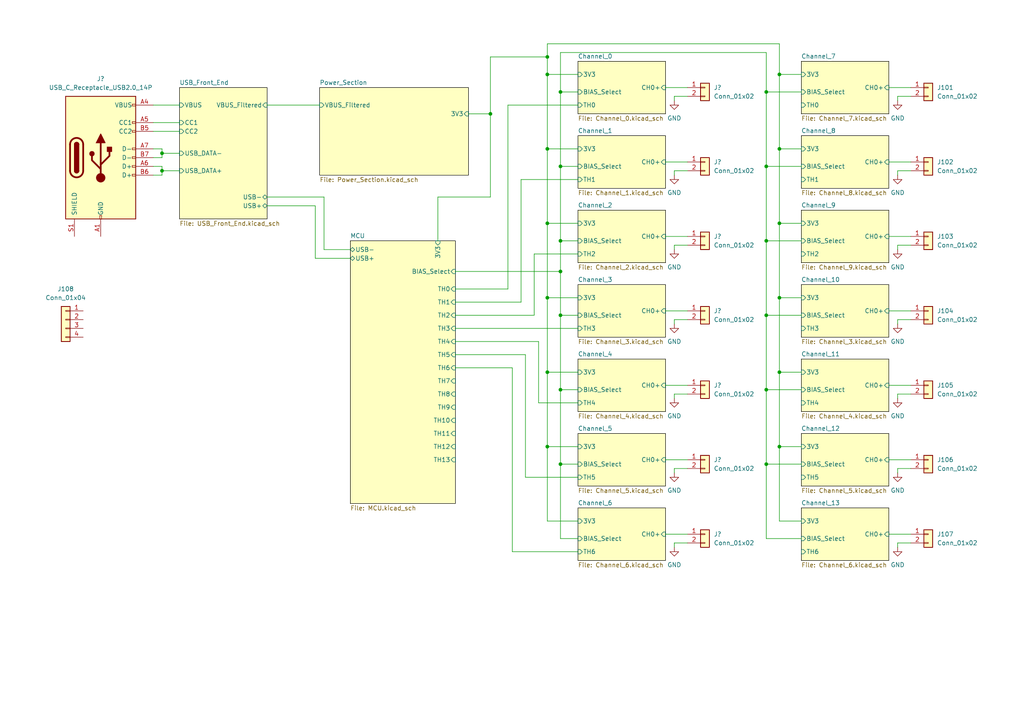
<source format=kicad_sch>
(kicad_sch (version 20250114) (generator "eeschema") (generator_version "9.0")
  (paper "A4")
  (lib_symbols
    (symbol "Connector:USB_C_Receptacle_USB2.0_14P" (pin_names (offset 1.016))
      (property "Reference" "J" (at 0 22.225 0))
      (property "Value" "USB_C_Receptacle_USB2.0_14P" (at 0 19.685 0))
      (symbol "USB_C_Receptacle_USB2.0_14P_0_0"
        (rectangle (start -0.254 -17.78) (end 0.254 -16.764))
        (rectangle (start 10.16 15.494) (end 9.144 14.986))
        (rectangle (start 10.16 10.414) (end 9.144 9.906))
        (rectangle (start 10.16 7.874) (end 9.144 7.366))
        (rectangle (start 10.16 2.794) (end 9.144 2.286))
        (rectangle (start 10.16 0.254) (end 9.144 -0.254))
        (rectangle (start 10.16 -2.286) (end 9.144 -2.794))
        (rectangle (start 10.16 -4.826) (end 9.144 -5.334))
      )
      (symbol "USB_C_Receptacle_USB2.0_14P_0_1"
        (rectangle (start -10.16 17.78) (end 10.16 -17.78) (stroke (width 0.254)) (fill (type background)))
        (polyline (pts (xy -8.89 -3.81) (xy -8.89 3.81)) (stroke (width 0.508)))
        (rectangle (start -7.62 -3.81) (end -6.35 3.81) (stroke (width 0.254)) (fill (type outline)))
        (arc (start -7.62 3.81) (mid -6.985 4.4423) (end -6.35 3.81) (stroke (width 0.254)))
        (arc (start -7.62 3.81) (mid -6.985 4.4423) (end -6.35 3.81) (stroke (width 0.254)) (fill (type outline)))
        (arc (start -8.89 3.81) (mid -6.985 5.7067) (end -5.08 3.81) (stroke (width 0.508)))
        (arc (start -5.08 -3.81) (mid -6.985 -5.7067) (end -8.89 -3.81) (stroke (width 0.508)))
        (arc (start -6.35 -3.81) (mid -6.985 -4.4423) (end -7.62 -3.81) (stroke (width 0.254)))
        (arc (start -6.35 -3.81) (mid -6.985 -4.4423) (end -7.62 -3.81) (stroke (width 0.254)) (fill (type outline)))
        (polyline (pts (xy -5.08 3.81) (xy -5.08 -3.81)) (stroke (width 0.508)))
        (circle (center -2.54 1.143) (radius 0.635) (stroke (width 0.254)) (fill (type outline)))
        (polyline (pts (xy -1.27 4.318) (xy 0 6.858) (xy 1.27 4.318) (xy -1.27 4.318)) (stroke (width 0.254)) (fill (type outline)))
        (polyline (pts (xy 0 -2.032) (xy 2.54 0.508) (xy 2.54 1.778)) (stroke (width 0.508)))
        (polyline (pts (xy 0 -3.302) (xy -2.54 -0.762) (xy -2.54 0.508)) (stroke (width 0.508)))
        (polyline (pts (xy 0 -5.842) (xy 0 4.318)) (stroke (width 0.508)))
        (circle (center 0 -5.842) (radius 1.27) (fill (type outline)))
        (rectangle (start 1.905 1.778) (end 3.175 3.048) (stroke (width 0.254)) (fill (type outline)))
      )
      (symbol "USB_C_Receptacle_USB2.0_14P_1_1"
        (pin passive line (at -7.62 -22.86 90) (length 5.08) (name "SHIELD") (number "S1"))
        (pin passive line (at 0 -22.86 90) (length 5.08) (name "GND") (number "A1"))
        (pin passive line (at 0 -22.86 90) (length 5.08) (hide yes) (name "GND") (number "A12"))
        (pin passive line (at 0 -22.86 90) (length 5.08) (hide yes) (name "GND") (number "B1"))
        (pin passive line (at 0 -22.86 90) (length 5.08) (hide yes) (name "GND") (number "B12"))
        (pin passive line (at 15.24 15.24 180) (length 5.08) (name "VBUS") (number "A4"))
        (pin passive line (at 15.24 15.24 180) (length 5.08) (hide yes) (name "VBUS") (number "A9"))
        (pin passive line (at 15.24 15.24 180) (length 5.08) (hide yes) (name "VBUS") (number "B4"))
        (pin passive line (at 15.24 15.24 180) (length 5.08) (hide yes) (name "VBUS") (number "B9"))
        (pin bidirectional line (at 15.24 10.16 180) (length 5.08) (name "CC1") (number "A5"))
        (pin bidirectional line (at 15.24 7.62 180) (length 5.08) (name "CC2") (number "B5"))
        (pin bidirectional line (at 15.24 2.54 180) (length 5.08) (name "D-") (number "A7"))
        (pin bidirectional line (at 15.24 0 180) (length 5.08) (name "D-") (number "B7"))
        (pin bidirectional line (at 15.24 -2.54 180) (length 5.08) (name "D+") (number "A6"))
        (pin bidirectional line (at 15.24 -5.08 180) (length 5.08) (name "D+") (number "B6"))
      )
    )
    (symbol "Connector_Generic:Conn_01x02" (pin_names (offset 1.016) (hide yes))
      (property "Reference" "J" (at 0 2.54 0))
      (property "Value" "Conn_01x02" (at 0 -5.08 0))
      (symbol "Conn_01x02_1_1"
        (rectangle (start -1.27 1.27) (end 1.27 -3.81) (stroke (width 0.254)) (fill (type background)))
        (rectangle (start -1.27 0.127) (end 0 -0.127) (stroke (width 0.1524)))
        (rectangle (start -1.27 -2.413) (end 0 -2.667) (stroke (width 0.1524)))
        (pin passive line (at -5.08 0 0) (length 3.81) (name "Pin_1") (number "1"))
        (pin passive line (at -5.08 -2.54 0) (length 3.81) (name "Pin_2") (number "2"))
      )
    )
    (symbol "Connector_Generic:Conn_01x04" (pin_names (offset 1.016) (hide yes))
      (property "Reference" "J" (at 0 5.08 0))
      (property "Value" "Conn_01x04" (at 0 -7.62 0))
      (symbol "Conn_01x04_1_1"
        (rectangle (start -1.27 3.81) (end 1.27 -6.35) (stroke (width 0.254)) (fill (type background)))
        (rectangle (start -1.27 2.667) (end 0 2.413) (stroke (width 0.1524)))
        (rectangle (start -1.27 0.127) (end 0 -0.127) (stroke (width 0.1524)))
        (rectangle (start -1.27 -2.413) (end 0 -2.667) (stroke (width 0.1524)))
        (rectangle (start -1.27 -4.953) (end 0 -5.207) (stroke (width 0.1524)))
        (pin passive line (at -5.08 2.54 0) (length 3.81) (name "Pin_1") (number "1"))
        (pin passive line (at -5.08 0 0) (length 3.81) (name "Pin_2") (number "2"))
        (pin passive line (at -5.08 -2.54 0) (length 3.81) (name "Pin_3") (number "3"))
        (pin passive line (at -5.08 -5.08 0) (length 3.81) (name "Pin_4") (number "4"))
      )
    )
    (symbol "power:GND" (power) (pin_numbers (hide yes)) (pin_names (offset 0) (hide yes))
      (property "Value" "GND" (at 0 -3.81 0))
      (symbol "GND_0_1"
        (polyline (pts (xy 0 0) (xy 0 -1.27) (xy 1.27 -1.27) (xy 0 -2.54) (xy -1.27 -1.27) (xy 0 -1.27)))
      )
      (symbol "GND_1_1"
        (pin power_in line (at 0 0 270) (length 0) (name "~") (number "1"))
      )
    )
  )
  (junction (at 226.06 107.95))
  (junction (at 158.75 64.77))
  (junction (at 226.06 43.18))
  (junction (at 46.99 44.45))
  (junction (at 162.56 26.67))
  (junction (at 162.56 69.85))
  (junction (at 162.56 78.74))
  (junction (at 226.06 64.77))
  (junction (at 226.06 21.59))
  (junction (at 222.25 134.62))
  (junction (at 158.75 86.36))
  (junction (at 46.99 49.53))
  (junction (at 162.56 134.62))
  (junction (at 158.75 43.18))
  (junction (at 142.24 33.02))
  (junction (at 158.75 129.54))
  (junction (at 162.56 91.44))
  (junction (at 158.75 16.51))
  (junction (at 158.75 21.59))
  (junction (at 222.25 113.03))
  (junction (at 162.56 48.26))
  (junction (at 222.25 69.85))
  (junction (at 222.25 26.67))
  (junction (at 222.25 91.44))
  (junction (at 226.06 129.54))
  (junction (at 162.56 113.03))
  (junction (at 222.25 48.26))
  (junction (at 158.75 107.95))
  (junction (at 226.06 86.36))
  (wire (pts (xy 264.16 49.53) (xy 260.35 49.53)))
  (wire (pts (xy 199.39 27.94) (xy 195.58 27.94)))
  (wire (pts (xy 152.4 102.87) (xy 152.4 138.43)))
  (wire (pts (xy 222.25 15.24) (xy 222.25 26.67)))
  (wire (pts (xy 44.45 43.18) (xy 46.99 43.18)))
  (wire (pts (xy 232.41 43.18) (xy 226.06 43.18)))
  (wire (pts (xy 232.41 48.26) (xy 222.25 48.26)))
  (wire (pts (xy 264.16 71.12) (xy 260.35 71.12)))
  (wire (pts (xy 260.35 157.48) (xy 260.35 158.75)))
  (wire (pts (xy 257.81 25.4) (xy 264.16 25.4)))
  (wire (pts (xy 264.16 157.48) (xy 260.35 157.48)))
  (wire (pts (xy 232.41 156.21) (xy 222.25 156.21)))
  (wire (pts (xy 142.24 57.15) (xy 142.24 33.02)))
  (wire (pts (xy 91.44 59.69) (xy 91.44 74.93)))
  (wire (pts (xy 46.99 43.18) (xy 46.99 44.45)))
  (wire (pts (xy 257.81 133.35) (xy 264.16 133.35)))
  (wire (pts (xy 46.99 48.26) (xy 46.99 49.53)))
  (wire (pts (xy 162.56 69.85) (xy 162.56 48.26)))
  (wire (pts (xy 195.58 135.89) (xy 195.58 137.16)))
  (wire (pts (xy 46.99 50.8) (xy 46.99 49.53)))
  (wire (pts (xy 193.04 46.99) (xy 199.39 46.99)))
  (wire (pts (xy 264.16 114.3) (xy 260.35 114.3)))
  (wire (pts (xy 44.45 30.48) (xy 52.07 30.48)))
  (wire (pts (xy 199.39 135.89) (xy 195.58 135.89)))
  (wire (pts (xy 226.06 12.7) (xy 158.75 12.7)))
  (wire (pts (xy 167.64 91.44) (xy 162.56 91.44)))
  (wire (pts (xy 142.24 16.51) (xy 158.75 16.51)))
  (wire (pts (xy 167.64 156.21) (xy 162.56 156.21)))
  (wire (pts (xy 162.56 15.24) (xy 222.25 15.24)))
  (wire (pts (xy 195.58 27.94) (xy 195.58 29.21)))
  (wire (pts (xy 77.47 57.15) (xy 93.98 57.15)))
  (wire (pts (xy 167.64 21.59) (xy 158.75 21.59)))
  (wire (pts (xy 222.25 48.26) (xy 222.25 26.67)))
  (wire (pts (xy 167.64 129.54) (xy 158.75 129.54)))
  (wire (pts (xy 199.39 92.71) (xy 195.58 92.71)))
  (wire (pts (xy 260.35 135.89) (xy 260.35 137.16)))
  (wire (pts (xy 132.08 95.25) (xy 167.64 95.25)))
  (wire (pts (xy 127 69.85) (xy 127 57.15)))
  (wire (pts (xy 222.25 69.85) (xy 222.25 48.26)))
  (wire (pts (xy 232.41 129.54) (xy 226.06 129.54)))
  (wire (pts (xy 257.81 46.99) (xy 264.16 46.99)))
  (wire (pts (xy 93.98 57.15) (xy 93.98 72.39)))
  (wire (pts (xy 222.25 91.44) (xy 222.25 69.85)))
  (wire (pts (xy 232.41 107.95) (xy 226.06 107.95)))
  (wire (pts (xy 257.81 90.17) (xy 264.16 90.17)))
  (wire (pts (xy 232.41 151.13) (xy 226.06 151.13)))
  (wire (pts (xy 193.04 154.94) (xy 199.39 154.94)))
  (wire (pts (xy 158.75 151.13) (xy 158.75 129.54)))
  (wire (pts (xy 46.99 49.53) (xy 52.07 49.53)))
  (wire (pts (xy 193.04 111.76) (xy 199.39 111.76)))
  (wire (pts (xy 162.56 26.67) (xy 162.56 15.24)))
  (wire (pts (xy 147.32 83.82) (xy 132.08 83.82)))
  (wire (pts (xy 44.45 38.1) (xy 52.07 38.1)))
  (wire (pts (xy 199.39 114.3) (xy 195.58 114.3)))
  (wire (pts (xy 195.58 49.53) (xy 195.58 50.8)))
  (wire (pts (xy 260.35 92.71) (xy 260.35 93.98)))
  (wire (pts (xy 167.64 26.67) (xy 162.56 26.67)))
  (wire (pts (xy 167.64 64.77) (xy 158.75 64.77)))
  (wire (pts (xy 167.64 30.48) (xy 147.32 30.48)))
  (wire (pts (xy 132.08 91.44) (xy 154.94 91.44)))
  (wire (pts (xy 260.35 71.12) (xy 260.35 72.39)))
  (wire (pts (xy 226.06 107.95) (xy 226.06 129.54)))
  (wire (pts (xy 151.13 52.07) (xy 167.64 52.07)))
  (wire (pts (xy 226.06 43.18) (xy 226.06 21.59)))
  (wire (pts (xy 222.25 113.03) (xy 222.25 91.44)))
  (wire (pts (xy 158.75 12.7) (xy 158.75 16.51)))
  (wire (pts (xy 148.59 106.68) (xy 148.59 160.02)))
  (wire (pts (xy 44.45 45.72) (xy 46.99 45.72)))
  (wire (pts (xy 232.41 134.62) (xy 222.25 134.62)))
  (wire (pts (xy 226.06 64.77) (xy 226.06 43.18)))
  (wire (pts (xy 167.64 151.13) (xy 158.75 151.13)))
  (wire (pts (xy 226.06 86.36) (xy 226.06 64.77)))
  (wire (pts (xy 193.04 90.17) (xy 199.39 90.17)))
  (wire (pts (xy 158.75 16.51) (xy 158.75 21.59)))
  (wire (pts (xy 152.4 138.43) (xy 167.64 138.43)))
  (wire (pts (xy 257.81 154.94) (xy 264.16 154.94)))
  (wire (pts (xy 264.16 27.94) (xy 260.35 27.94)))
  (wire (pts (xy 158.75 86.36) (xy 158.75 64.77)))
  (wire (pts (xy 195.58 114.3) (xy 195.58 115.57)))
  (wire (pts (xy 222.25 26.67) (xy 232.41 26.67)))
  (wire (pts (xy 151.13 87.63) (xy 151.13 52.07)))
  (wire (pts (xy 156.21 116.84) (xy 167.64 116.84)))
  (wire (pts (xy 260.35 49.53) (xy 260.35 50.8)))
  (wire (pts (xy 44.45 48.26) (xy 46.99 48.26)))
  (wire (pts (xy 162.56 113.03) (xy 162.56 91.44)))
  (wire (pts (xy 93.98 72.39) (xy 101.6 72.39)))
  (wire (pts (xy 232.41 69.85) (xy 222.25 69.85)))
  (wire (pts (xy 167.64 43.18) (xy 158.75 43.18)))
  (wire (pts (xy 142.24 16.51) (xy 142.24 33.02)))
  (wire (pts (xy 132.08 102.87) (xy 152.4 102.87)))
  (wire (pts (xy 162.56 48.26) (xy 162.56 26.67)))
  (wire (pts (xy 232.41 64.77) (xy 226.06 64.77)))
  (wire (pts (xy 167.64 113.03) (xy 162.56 113.03)))
  (wire (pts (xy 199.39 157.48) (xy 195.58 157.48)))
  (wire (pts (xy 167.64 69.85) (xy 162.56 69.85)))
  (wire (pts (xy 199.39 49.53) (xy 195.58 49.53)))
  (wire (pts (xy 193.04 25.4) (xy 199.39 25.4)))
  (wire (pts (xy 44.45 50.8) (xy 46.99 50.8)))
  (wire (pts (xy 264.16 92.71) (xy 260.35 92.71)))
  (wire (pts (xy 162.56 156.21) (xy 162.56 134.62)))
  (wire (pts (xy 158.75 64.77) (xy 158.75 43.18)))
  (wire (pts (xy 167.64 134.62) (xy 162.56 134.62)))
  (wire (pts (xy 162.56 91.44) (xy 162.56 78.74)))
  (wire (pts (xy 264.16 135.89) (xy 260.35 135.89)))
  (wire (pts (xy 46.99 45.72) (xy 46.99 44.45)))
  (wire (pts (xy 132.08 87.63) (xy 151.13 87.63)))
  (wire (pts (xy 260.35 114.3) (xy 260.35 115.57)))
  (wire (pts (xy 226.06 129.54) (xy 226.06 151.13)))
  (wire (pts (xy 156.21 99.06) (xy 156.21 116.84)))
  (wire (pts (xy 132.08 106.68) (xy 148.59 106.68)))
  (wire (pts (xy 222.25 156.21) (xy 222.25 134.62)))
  (wire (pts (xy 77.47 59.69) (xy 91.44 59.69)))
  (wire (pts (xy 162.56 78.74) (xy 162.56 69.85)))
  (wire (pts (xy 167.64 48.26) (xy 162.56 48.26)))
  (wire (pts (xy 257.81 68.58) (xy 264.16 68.58)))
  (wire (pts (xy 193.04 68.58) (xy 199.39 68.58)))
  (wire (pts (xy 158.75 129.54) (xy 158.75 107.95)))
  (wire (pts (xy 226.06 107.95) (xy 226.06 86.36)))
  (wire (pts (xy 257.81 111.76) (xy 264.16 111.76)))
  (wire (pts (xy 44.45 35.56) (xy 52.07 35.56)))
  (wire (pts (xy 132.08 78.74) (xy 162.56 78.74)))
  (wire (pts (xy 226.06 21.59) (xy 226.06 12.7)))
  (wire (pts (xy 162.56 134.62) (xy 162.56 113.03)))
  (wire (pts (xy 132.08 99.06) (xy 156.21 99.06)))
  (wire (pts (xy 77.47 30.48) (xy 92.71 30.48)))
  (wire (pts (xy 148.59 160.02) (xy 167.64 160.02)))
  (wire (pts (xy 135.89 33.02) (xy 142.24 33.02)))
  (wire (pts (xy 195.58 71.12) (xy 195.58 72.39)))
  (wire (pts (xy 154.94 91.44) (xy 154.94 73.66)))
  (wire (pts (xy 46.99 44.45) (xy 52.07 44.45)))
  (wire (pts (xy 199.39 71.12) (xy 195.58 71.12)))
  (wire (pts (xy 127 57.15) (xy 142.24 57.15)))
  (wire (pts (xy 222.25 134.62) (xy 222.25 113.03)))
  (wire (pts (xy 195.58 92.71) (xy 195.58 93.98)))
  (wire (pts (xy 232.41 86.36) (xy 226.06 86.36)))
  (wire (pts (xy 147.32 30.48) (xy 147.32 83.82)))
  (wire (pts (xy 158.75 107.95) (xy 158.75 86.36)))
  (wire (pts (xy 154.94 73.66) (xy 167.64 73.66)))
  (wire (pts (xy 195.58 157.48) (xy 195.58 158.75)))
  (wire (pts (xy 232.41 21.59) (xy 226.06 21.59)))
  (wire (pts (xy 193.04 133.35) (xy 199.39 133.35)))
  (wire (pts (xy 167.64 107.95) (xy 158.75 107.95)))
  (wire (pts (xy 158.75 21.59) (xy 158.75 43.18)))
  (wire (pts (xy 91.44 74.93) (xy 101.6 74.93)))
  (wire (pts (xy 232.41 91.44) (xy 222.25 91.44)))
  (wire (pts (xy 167.64 86.36) (xy 158.75 86.36)))
  (wire (pts (xy 232.41 113.03) (xy 222.25 113.03)))
  (wire (pts (xy 260.35 27.94) (xy 260.35 29.21)))
  (symbol (lib_id "power:GND") (at 195.58 93.98 0) (unit 1)
    (property "Reference" "#PWR?" (effects (hide yes)))
    (property "Value" "GND" (at 195.58 99.06 0))
    (property "Description" "Power symbol creates a global label with name \"GND\" , ground" (effects (hide yes)))
  )
  (symbol (lib_id "power:GND") (at 260.35 29.21 0) (unit 1)
    (property "Reference" "#PWR0101" (effects (hide yes)))
    (property "Value" "GND" (at 260.35 34.29 0))
    (property "Description" "Power symbol creates a global label with name \"GND\" , ground" (effects (hide yes)))
  )
  (symbol (lib_id "power:GND") (at 195.58 158.75 0) (unit 1)
    (property "Reference" "#PWR?" (effects (hide yes)))
    (property "Value" "GND" (at 195.58 163.83 0))
    (property "Description" "Power symbol creates a global label with name \"GND\" , ground" (effects (hide yes)))
  )
  (symbol (lib_id "power:GND") (at 260.35 158.75 0) (unit 1)
    (property "Reference" "#PWR0107" (effects (hide yes)))
    (property "Value" "GND" (at 260.35 163.83 0))
    (property "Description" "Power symbol creates a global label with name \"GND\" , ground" (effects (hide yes)))
  )
  (symbol (lib_id "power:GND") (at 195.58 115.57 0) (unit 1)
    (property "Reference" "#PWR?" (effects (hide yes)))
    (property "Value" "GND" (at 195.58 120.65 0))
    (property "Description" "Power symbol creates a global label with name \"GND\" , ground" (effects (hide yes)))
  )
  (symbol (lib_id "power:GND") (at 195.58 29.21 0) (unit 1)
    (property "Reference" "#PWR?" (effects (hide yes)))
    (property "Value" "GND" (at 195.58 34.29 0))
    (property "Description" "Power symbol creates a global label with name \"GND\" , ground" (effects (hide yes)))
  )
  (symbol (lib_id "power:GND") (at 195.58 72.39 0) (unit 1)
    (property "Reference" "#PWR?" (effects (hide yes)))
    (property "Value" "GND" (at 195.58 77.47 0))
    (property "Description" "Power symbol creates a global label with name \"GND\" , ground" (effects (hide yes)))
  )
  (symbol (lib_id "Connector_Generic:Conn_01x02") (at 269.24 154.94 0) (unit 1)
    (property "Reference" "J107" (at 271.78 154.9399 0) (effects (justify left)))
    (property "Value" "Conn_01x02" (at 271.78 157.4799 0) (effects (justify left)))
    (property "Description" "Generic connector, single row, 01x02, script generated (kicad-library-utils/schlib/autogen/connector/)" (effects (hide yes)))
  )
  (symbol (lib_id "Connector:USB_C_Receptacle_USB2.0_14P") (at 29.21 45.72 0) (unit 1)
    (property "Reference" "J?" (at 29.21 22.86 0))
    (property "Value" "USB_C_Receptacle_USB2.0_14P" (at 29.21 25.4 0))
    (property "Datasheet" "https://www.usb.org/sites/default/files/documents/usb_type-c.zip" (effects (hide yes)))
    (property "Description" "USB 2.0-only 14P Type-C Receptacle connector" (effects (hide yes)))
  )
  (symbol (lib_id "Connector_Generic:Conn_01x02") (at 269.24 111.76 0) (unit 1)
    (property "Reference" "J105" (at 271.78 111.7599 0) (effects (justify left)))
    (property "Value" "Conn_01x02" (at 271.78 114.2999 0) (effects (justify left)))
    (property "Description" "Generic connector, single row, 01x02, script generated (kicad-library-utils/schlib/autogen/connector/)" (effects (hide yes)))
  )
  (symbol (lib_id "Connector_Generic:Conn_01x02") (at 269.24 133.35 0) (unit 1)
    (property "Reference" "J106" (at 271.78 133.3499 0) (effects (justify left)))
    (property "Value" "Conn_01x02" (at 271.78 135.8899 0) (effects (justify left)))
    (property "Description" "Generic connector, single row, 01x02, script generated (kicad-library-utils/schlib/autogen/connector/)" (effects (hide yes)))
  )
  (symbol (lib_id "Connector_Generic:Conn_01x02") (at 269.24 68.58 0) (unit 1)
    (property "Reference" "J103" (at 271.78 68.5799 0) (effects (justify left)))
    (property "Value" "Conn_01x02" (at 271.78 71.1199 0) (effects (justify left)))
    (property "Description" "Generic connector, single row, 01x02, script generated (kicad-library-utils/schlib/autogen/connector/)" (effects (hide yes)))
  )
  (symbol (lib_id "Connector_Generic:Conn_01x02") (at 204.47 25.4 0) (unit 1)
    (property "Reference" "J?" (at 207.01 25.3999 0) (effects (justify left)))
    (property "Value" "Conn_01x02" (at 207.01 27.9399 0) (effects (justify left)))
    (property "Description" "Generic connector, single row, 01x02, script generated (kicad-library-utils/schlib/autogen/connector/)" (effects (hide yes)))
  )
  (symbol (lib_id "Connector_Generic:Conn_01x02") (at 204.47 154.94 0) (unit 1)
    (property "Reference" "J?" (at 207.01 154.9399 0) (effects (justify left)))
    (property "Value" "Conn_01x02" (at 207.01 157.4799 0) (effects (justify left)))
    (property "Description" "Generic connector, single row, 01x02, script generated (kicad-library-utils/schlib/autogen/connector/)" (effects (hide yes)))
  )
  (symbol (lib_id "Connector_Generic:Conn_01x02") (at 204.47 90.17 0) (unit 1)
    (property "Reference" "J?" (at 207.01 90.1699 0) (effects (justify left)))
    (property "Value" "Conn_01x02" (at 207.01 92.7099 0) (effects (justify left)))
    (property "Description" "Generic connector, single row, 01x02, script generated (kicad-library-utils/schlib/autogen/connector/)" (effects (hide yes)))
  )
  (symbol (lib_id "Connector_Generic:Conn_01x02") (at 204.47 46.99 0) (unit 1)
    (property "Reference" "J?" (at 207.01 46.9899 0) (effects (justify left)))
    (property "Value" "Conn_01x02" (at 207.01 49.5299 0) (effects (justify left)))
    (property "Description" "Generic connector, single row, 01x02, script generated (kicad-library-utils/schlib/autogen/connector/)" (effects (hide yes)))
  )
  (symbol (lib_id "power:GND") (at 260.35 137.16 0) (unit 1)
    (property "Reference" "#PWR0106" (effects (hide yes)))
    (property "Value" "GND" (at 260.35 142.24 0))
    (property "Description" "Power symbol creates a global label with name \"GND\" , ground" (effects (hide yes)))
  )
  (symbol (lib_id "power:GND") (at 260.35 72.39 0) (unit 1)
    (property "Reference" "#PWR0103" (effects (hide yes)))
    (property "Value" "GND" (at 260.35 77.47 0))
    (property "Description" "Power symbol creates a global label with name \"GND\" , ground" (effects (hide yes)))
  )
  (symbol (lib_id "Connector_Generic:Conn_01x02") (at 269.24 25.4 0) (unit 1)
    (property "Reference" "J101" (at 271.78 25.3999 0) (effects (justify left)))
    (property "Value" "Conn_01x02" (at 271.78 27.9399 0) (effects (justify left)))
    (property "Description" "Generic connector, single row, 01x02, script generated (kicad-library-utils/schlib/autogen/connector/)" (effects (hide yes)))
  )
  (symbol (lib_id "Connector_Generic:Conn_01x02") (at 204.47 68.58 0) (unit 1)
    (property "Reference" "J?" (at 207.01 68.5799 0) (effects (justify left)))
    (property "Value" "Conn_01x02" (at 207.01 71.1199 0) (effects (justify left)))
    (property "Description" "Generic connector, single row, 01x02, script generated (kicad-library-utils/schlib/autogen/connector/)" (effects (hide yes)))
  )
  (symbol (lib_id "power:GND") (at 195.58 137.16 0) (unit 1)
    (property "Reference" "#PWR?" (effects (hide yes)))
    (property "Value" "GND" (at 195.58 142.24 0))
    (property "Description" "Power symbol creates a global label with name \"GND\" , ground" (effects (hide yes)))
  )
  (symbol (lib_id "power:GND") (at 260.35 93.98 0) (unit 1)
    (property "Reference" "#PWR0104" (effects (hide yes)))
    (property "Value" "GND" (at 260.35 99.06 0))
    (property "Description" "Power symbol creates a global label with name \"GND\" , ground" (effects (hide yes)))
  )
  (symbol (lib_id "Connector_Generic:Conn_01x02") (at 269.24 90.17 0) (unit 1)
    (property "Reference" "J104" (at 271.78 90.1699 0) (effects (justify left)))
    (property "Value" "Conn_01x02" (at 271.78 92.7099 0) (effects (justify left)))
    (property "Description" "Generic connector, single row, 01x02, script generated (kicad-library-utils/schlib/autogen/connector/)" (effects (hide yes)))
  )
  (symbol (lib_id "Connector_Generic:Conn_01x02") (at 204.47 133.35 0) (unit 1)
    (property "Reference" "J?" (at 207.01 133.3499 0) (effects (justify left)))
    (property "Value" "Conn_01x02" (at 207.01 135.8899 0) (effects (justify left)))
    (property "Description" "Generic connector, single row, 01x02, script generated (kicad-library-utils/schlib/autogen/connector/)" (effects (hide yes)))
  )
  (symbol (lib_id "Connector_Generic:Conn_01x02") (at 204.47 111.76 0) (unit 1)
    (property "Reference" "J?" (at 207.01 111.7599 0) (effects (justify left)))
    (property "Value" "Conn_01x02" (at 207.01 114.2999 0) (effects (justify left)))
    (property "Description" "Generic connector, single row, 01x02, script generated (kicad-library-utils/schlib/autogen/connector/)" (effects (hide yes)))
  )
  (symbol (lib_id "power:GND") (at 195.58 50.8 0) (unit 1)
    (property "Reference" "#PWR?" (effects (hide yes)))
    (property "Value" "GND" (at 195.58 55.88 0))
    (property "Description" "Power symbol creates a global label with name \"GND\" , ground" (effects (hide yes)))
  )
  (symbol (lib_id "Connector_Generic:Conn_01x02") (at 269.24 46.99 0) (unit 1)
    (property "Reference" "J102" (at 271.78 46.9899 0) (effects (justify left)))
    (property "Value" "Conn_01x02" (at 271.78 49.5299 0) (effects (justify left)))
    (property "Description" "Generic connector, single row, 01x02, script generated (kicad-library-utils/schlib/autogen/connector/)" (effects (hide yes)))
  )
  (symbol (lib_id "power:GND") (at 260.35 115.57 0) (unit 1)
    (property "Reference" "#PWR0105" (effects (hide yes)))
    (property "Value" "GND" (at 260.35 120.65 0))
    (property "Description" "Power symbol creates a global label with name \"GND\" , ground" (effects (hide yes)))
  )
  (symbol (lib_id "power:GND") (at 260.35 50.8 0) (unit 1)
    (property "Reference" "#PWR0102" (effects (hide yes)))
    (property "Value" "GND" (at 260.35 55.88 0))
    (property "Description" "Power symbol creates a global label with name \"GND\" , ground" (effects (hide yes)))
  )
  (symbol (lib_id "Connector_Generic:Conn_01x04") (at 19.05 92.71 0) (mirror y) (unit 1)
    (property "Reference" "J108" (at 19.05 83.82 0))
    (property "Value" "Conn_01x04" (at 19.05 86.36 0))
    (property "Description" "Generic connector, single row, 01x04, script generated (kicad-library-utils/schlib/autogen/connector/)" (effects (hide yes)))
  )
  (sheet (at 101.6 69.85) (size 30.48 76.2) (stroke (width 0.1524) (color 0 0 0 1)) (fill (color 255 255 194 1.0000))
    (property "Sheetname" "MCU" (at 101.6 69.1384 0) (effects (justify left bottom)))
    (property "Sheetfile" "MCU.kicad_sch" (at 101.6 146.6346 0) (effects (justify left top)))
    (pin "TH5" input (at 132.08 102.87 0))
    (pin "TH1" input (at 132.08 87.63 0))
    (pin "TH4" input (at 132.08 99.06 0))
    (pin "TH2" input (at 132.08 91.44 0))
    (pin "TH9" input (at 132.08 118.11 0))
    (pin "TH8" input (at 132.08 114.3 0))
    (pin "TH10" input (at 132.08 121.92 0))
    (pin "TH11" input (at 132.08 125.73 0))
    (pin "TH12" input (at 132.08 129.54 0))
    (pin "TH13" input (at 132.08 133.35 0))
    (pin "TH3" input (at 132.08 95.25 0))
    (pin "TH0" input (at 132.08 83.82 0))
    (pin "TH6" input (at 132.08 106.68 0))
    (pin "BIAS_Select" input (at 132.08 78.74 0))
    (pin "TH7" input (at 132.08 110.49 0))
    (pin "3V3" input (at 127 69.85 90))
    (pin "USB+" bidirectional (at 101.6 74.93 180))
    (pin "USB-" bidirectional (at 101.6 72.39 180))
  )
  (sheet (at 167.64 104.14) (size 25.4 15.24) (stroke (width 0.1524) (color 0 0 0 1)) (fill (color 255 255 194 1.0000))
    (property "Sheetname" "Channel_4" (at 167.64 103.4284 0) (effects (justify left bottom)))
    (property "Sheetfile" "Channel_4.kicad_sch" (at 167.64 119.9646 0) (effects (justify left top)))
    (pin "BIAS_Select" input (at 167.64 113.03 180))
    (pin "3V3" input (at 167.64 107.95 180))
    (pin "CH0+" input (at 193.04 111.76 0))
    (pin "TH4" input (at 167.64 116.84 180))
  )
  (sheet (at 167.64 17.78) (size 25.4 15.24) (stroke (width 0.1524) (color 0 0 0 1)) (fill (color 255 255 194 1.0000))
    (property "Sheetname" "Channel_0" (at 167.64 17.0684 0) (effects (justify left bottom)))
    (property "Sheetfile" "Channel_0.kicad_sch" (at 167.64 33.6046 0) (effects (justify left top)))
    (pin "BIAS_Select" input (at 167.64 26.67 180))
    (pin "3V3" input (at 167.64 21.59 180))
    (pin "CH0+" input (at 193.04 25.4 0))
    (pin "TH0" input (at 167.64 30.48 180))
  )
  (sheet (at 167.64 147.32) (size 25.4 15.24) (stroke (width 0.1524) (color 0 0 0 1)) (fill (color 255 255 194 1.0000))
    (property "Sheetname" "Channel_6" (at 167.64 146.6084 0) (effects (justify left bottom)))
    (property "Sheetfile" "Channel_6.kicad_sch" (at 167.64 163.1446 0) (effects (justify left top)))
    (pin "BIAS_Select" input (at 167.64 156.21 180))
    (pin "3V3" input (at 167.64 151.13 180))
    (pin "CH0+" input (at 193.04 154.94 0))
    (pin "TH6" input (at 167.64 160.02 180))
  )
  (sheet (at 167.64 60.96) (size 25.4 15.24) (stroke (width 0.1524) (color 0 0 0 1)) (fill (color 255 255 194 1.0000))
    (property "Sheetname" "Channel_2" (at 167.64 60.2484 0) (effects (justify left bottom)))
    (property "Sheetfile" "Channel_2.kicad_sch" (at 167.64 76.7846 0) (effects (justify left top)))
    (pin "BIAS_Select" input (at 167.64 69.85 180))
    (pin "3V3" input (at 167.64 64.77 180))
    (pin "CH0+" input (at 193.04 68.58 0))
    (pin "TH2" input (at 167.64 73.66 180))
  )
  (sheet (at 232.41 82.55) (size 25.4 15.24) (stroke (width 0.1524) (color 0 0 0 1)) (fill (color 255 255 194 1.0000))
    (property "Sheetname" "Channel_10" (at 232.41 81.8384 0) (effects (justify left bottom)))
    (property "Sheetfile" "Channel_3.kicad_sch" (at 232.41 98.3746 0) (effects (justify left top)))
    (pin "BIAS_Select" input (at 232.41 91.44 180))
    (pin "3V3" input (at 232.41 86.36 180))
    (pin "CH0+" input (at 257.81 90.17 0))
    (pin "TH3" input (at 232.41 95.25 180))
  )
  (sheet (at 232.41 39.37) (size 25.4 15.24) (stroke (width 0.1524) (color 0 0 0 1)) (fill (color 255 255 194 1.0000))
    (property "Sheetname" "Channel_8" (at 232.41 38.6584 0) (effects (justify left bottom)))
    (property "Sheetfile" "Channel_8.kicad_sch" (at 232.41 55.1946 0) (effects (justify left top)))
    (pin "BIAS_Select" input (at 232.41 48.26 180))
    (pin "3V3" input (at 232.41 43.18 180))
    (pin "CH0+" input (at 257.81 46.99 0))
    (pin "TH1" input (at 232.41 52.07 180))
  )
  (sheet (at 232.41 17.78) (size 25.4 15.24) (stroke (width 0.1524) (color 0 0 0 1)) (fill (color 255 255 194 1.0000))
    (property "Sheetname" "Channel_7" (at 232.41 17.0684 0) (effects (justify left bottom)))
    (property "Sheetfile" "Channel_7.kicad_sch" (at 232.41 33.6046 0) (effects (justify left top)))
    (pin "BIAS_Select" input (at 232.41 26.67 180))
    (pin "3V3" input (at 232.41 21.59 180))
    (pin "CH0+" input (at 257.81 25.4 0))
    (pin "TH0" input (at 232.41 30.48 180))
  )
  (sheet (at 167.64 125.73) (size 25.4 15.24) (stroke (width 0.1524) (color 0 0 0 1)) (fill (color 255 255 194 1.0000))
    (property "Sheetname" "Channel_5" (at 167.64 125.0184 0) (effects (justify left bottom)))
    (property "Sheetfile" "Channel_5.kicad_sch" (at 167.64 141.5546 0) (effects (justify left top)))
    (pin "BIAS_Select" input (at 167.64 134.62 180))
    (pin "3V3" input (at 167.64 129.54 180))
    (pin "CH0+" input (at 193.04 133.35 0))
    (pin "TH5" input (at 167.64 138.43 180))
  )
  (sheet (at 232.41 60.96) (size 25.4 15.24) (stroke (width 0.1524) (color 0 0 0 1)) (fill (color 255 255 194 1.0000))
    (property "Sheetname" "Channel_9" (at 232.41 60.2484 0) (effects (justify left bottom)))
    (property "Sheetfile" "Channel_9.kicad_sch" (at 232.41 76.7846 0) (effects (justify left top)))
    (pin "BIAS_Select" input (at 232.41 69.85 180))
    (pin "3V3" input (at 232.41 64.77 180))
    (pin "CH0+" input (at 257.81 68.58 0))
    (pin "TH2" input (at 232.41 73.66 180))
  )
  (sheet (at 232.41 104.14) (size 25.4 15.24) (stroke (width 0.1524) (color 0 0 0 1)) (fill (color 255 255 194 1.0000))
    (property "Sheetname" "Channel_11" (at 232.41 103.4284 0) (effects (justify left bottom)))
    (property "Sheetfile" "Channel_4.kicad_sch" (at 232.41 119.9646 0) (effects (justify left top)))
    (pin "BIAS_Select" input (at 232.41 113.03 180))
    (pin "3V3" input (at 232.41 107.95 180))
    (pin "CH0+" input (at 257.81 111.76 0))
    (pin "TH4" input (at 232.41 116.84 180))
  )
  (sheet (at 232.41 147.32) (size 25.4 15.24) (stroke (width 0.1524) (color 0 0 0 1)) (fill (color 255 255 194 1.0000))
    (property "Sheetname" "Channel_13" (at 232.41 146.6084 0) (effects (justify left bottom)))
    (property "Sheetfile" "Channel_6.kicad_sch" (at 232.41 163.1446 0) (effects (justify left top)))
    (pin "BIAS_Select" input (at 232.41 156.21 180))
    (pin "3V3" input (at 232.41 151.13 180))
    (pin "CH0+" input (at 257.81 154.94 0))
    (pin "TH6" input (at 232.41 160.02 180))
  )
  (sheet (at 52.07 25.4) (size 25.4 38.1) (stroke (width 0.1524) (color 0 0 0 1)) (fill (color 255 255 194 1.0000))
    (property "Sheetname" "USB_Front_End" (at 52.07 24.6884 0) (effects (justify left bottom)))
    (property "Sheetfile" "USB_Front_End.kicad_sch" (at 52.07 64.0846 0) (effects (justify left top)))
    (pin "CC1" input (at 52.07 35.56 180))
    (pin "CC2" input (at 52.07 38.1 180))
    (pin "VBUS" input (at 52.07 30.48 180))
    (pin "USB_DATA-" input (at 52.07 44.45 180))
    (pin "USB_DATA+" input (at 52.07 49.53 180))
    (pin "VBUS_Filtered" input (at 77.47 30.48 0))
    (pin "USB-" bidirectional (at 77.47 57.15 0))
    (pin "USB+" bidirectional (at 77.47 59.69 0))
  )
  (sheet (at 232.41 125.73) (size 25.4 15.24) (stroke (width 0.1524) (color 0 0 0 1)) (fill (color 255 255 194 1.0000))
    (property "Sheetname" "Channel_12" (at 232.41 125.0184 0) (effects (justify left bottom)))
    (property "Sheetfile" "Channel_5.kicad_sch" (at 232.41 141.5546 0) (effects (justify left top)))
    (pin "BIAS_Select" input (at 232.41 134.62 180))
    (pin "3V3" input (at 232.41 129.54 180))
    (pin "CH0+" input (at 257.81 133.35 0))
    (pin "TH5" input (at 232.41 138.43 180))
  )
  (sheet (at 167.64 82.55) (size 25.4 15.24) (stroke (width 0.1524) (color 0 0 0 1)) (fill (color 255 255 194 1.0000))
    (property "Sheetname" "Channel_3" (at 167.64 81.8384 0) (effects (justify left bottom)))
    (property "Sheetfile" "Channel_3.kicad_sch" (at 167.64 98.3746 0) (effects (justify left top)))
    (pin "BIAS_Select" input (at 167.64 91.44 180))
    (pin "3V3" input (at 167.64 86.36 180))
    (pin "CH0+" input (at 193.04 90.17 0))
    (pin "TH3" input (at 167.64 95.25 180))
  )
  (sheet (at 92.71 25.4) (size 43.18 25.4) (stroke (width 0.1524) (color 0 0 0 1)) (fill (color 255 255 194 1.0000))
    (property "Sheetname" "Power_Section" (at 92.71 24.6884 0) (effects (justify left bottom)))
    (property "Sheetfile" "Power_Section.kicad_sch" (at 92.71 51.3846 0) (effects (justify left top)))
    (pin "3V3" input (at 135.89 33.02 0))
    (pin "VBUS_Filtered" input (at 92.71 30.48 180))
  )
  (sheet (at 167.64 39.37) (size 25.4 15.24) (stroke (width 0.1524) (color 0 0 0 1)) (fill (color 255 255 194 1.0000))
    (property "Sheetname" "Channel_1" (at 167.64 38.6584 0) (effects (justify left bottom)))
    (property "Sheetfile" "Channel_1.kicad_sch" (at 167.64 55.1946 0) (effects (justify left top)))
    (pin "BIAS_Select" input (at 167.64 48.26 180))
    (pin "3V3" input (at 167.64 43.18 180))
    (pin "CH0+" input (at 193.04 46.99 0))
    (pin "TH1" input (at 167.64 52.07 180))
  )
)
</source>
